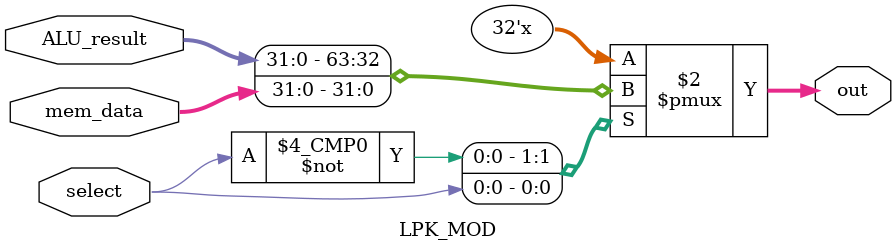
<source format=sv>
module LPK_MOD(
	input [31:0] ALU_result,
	input [31:0] mem_data,
	input select,
	output reg [31:0] out
);

always_comb begin
	case(select)
		0: 		out = ALU_result;
		1: 		out = mem_data;
		default: out = 0;
	endcase
end

endmodule
</source>
